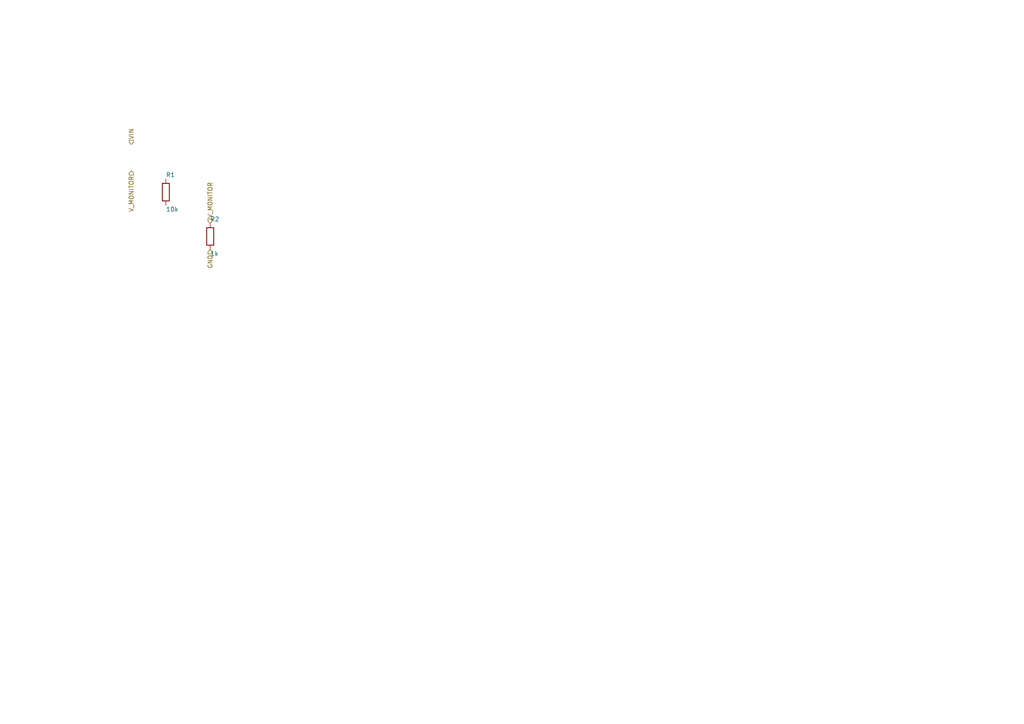
<source format=kicad_sch>
(kicad_sch (version 20250114) (generator "kicad_api") (generator_version "9.0")
  (paper "A4")
  (lib_symbols
    (symbol "Device:R" (pin_numbers hide) (pin_names (offset 0.254))
      (property "Reference" "R" (at 0 0 0))
      (property "Value" "R" (at 0 -2.54 0))
      (symbol "R_0_1"
        (rectangle (start -1.016 -2.54) (end 1.016 2.54) (stroke (width 0.254)))
      )
      (symbol "R_1_1"
        (pin passive line (at 0.0 3.81 270.0) (length 1.27) (name ~) (number "1"))
        (pin passive line (at 0.0 -3.81 90.0) (length 1.27) (name ~) (number "2"))
      )
    )
  )
  (title_block (title power_input) (date 2025-08-04) (company Circuit-Synth))
  (symbol (lib_id "Device:R") (at 48.1 55.72 0) (unit 1)
    (property "Reference" "R1" (at 48.1 50.72 0) (effects (justify left)))
    (property "Value" "10k" (at 48.1 60.72 0) (effects (justify left)))
    (property "Footprint" "Resistor_SMD:R_0603_1608Metric" (effects (hide yes)))
  )
  (symbol (lib_id "Device:R") (at 60.96 68.58 0) (unit 1)
    (property "Reference" "R2" (at 60.96 63.58 0) (effects (justify left)))
    (property "Value" "1k" (at 60.96 73.58 0) (effects (justify left)))
    (property "Footprint" "Resistor_SMD:R_0603_1608Metric" (effects (hide yes)))
  )
  (hierarchical_label VIN (shape input) (at 38.1 41.91 90))
  (hierarchical_label V_MONITOR (shape input) (at 38.1 49.53 270))
  (hierarchical_label V_MONITOR (shape input) (at 60.96 64.77 90))
  (hierarchical_label GND (shape input) (at 60.96 72.39 270))
)
</source>
